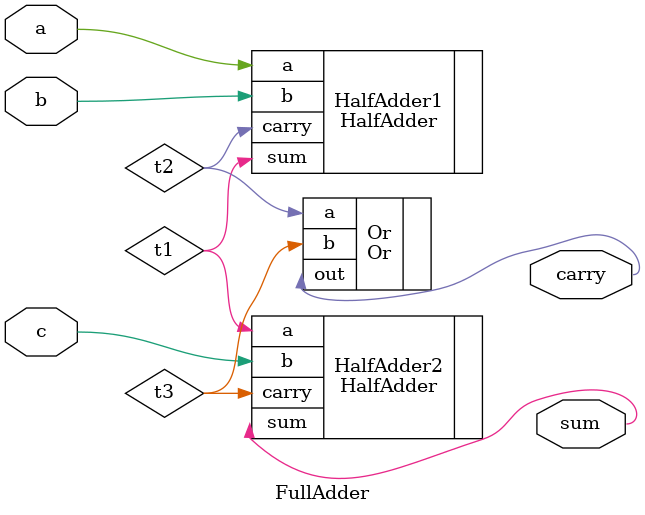
<source format=v>
module FullAdder (
  input wire a, b, c,
  output wire sum, carry
);

wire t1, t2, t3;

HalfAdder HalfAdder1(.a(a), .b(b), .sum(t1), .carry(t2));
HalfAdder HalfAdder2(.a(t1), .b(c), .sum(sum), .carry(t3));
Or Or(.a(t2), .b(t3), .out(carry));

endmodule

</source>
